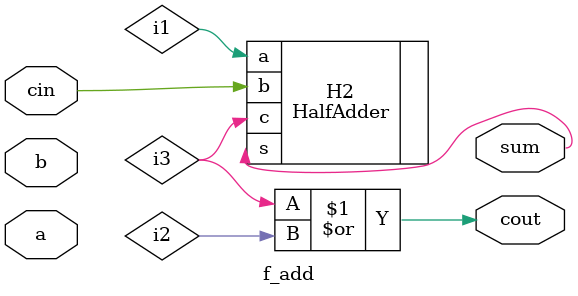
<source format=v>
module f_add(a,b,cin,sum,cout);
input a;
input b;
input cin;
output sum;
output cout;
wire i1,i2,i3;
HalfAdder H2(.a(i1),.b(cin),.c(i3),.s(sum));   // this can be a dirrent method to do the above, this is preferred
or o1(cout,i3,i2);
endmodule
</source>
